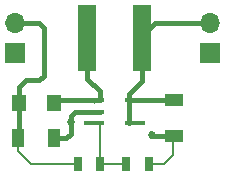
<source format=gtl>
G04 #@! TF.FileFunction,Copper,L1,Top,Signal*
%FSLAX46Y46*%
G04 Gerber Fmt 4.6, Leading zero omitted, Abs format (unit mm)*
G04 Created by KiCad (PCBNEW 4.0.7) date 10/12/17 03:24:30*
%MOMM*%
%LPD*%
G01*
G04 APERTURE LIST*
%ADD10C,0.100000*%
%ADD11R,1.700000X1.700000*%
%ADD12O,1.700000X1.700000*%
%ADD13R,1.600000X5.700000*%
%ADD14R,1.700000X0.450000*%
%ADD15R,0.700000X1.300000*%
%ADD16R,1.000000X1.600000*%
%ADD17R,1.600000X1.000000*%
%ADD18R,1.300480X1.399540*%
%ADD19C,0.685800*%
%ADD20C,0.457200*%
%ADD21C,0.152400*%
%ADD22C,0.250000*%
G04 APERTURE END LIST*
D10*
D11*
X127000000Y-66040000D03*
D12*
X127000000Y-63500000D03*
D11*
X110490000Y-66040000D03*
D12*
X110490000Y-63500000D03*
D13*
X121222000Y-64770000D03*
X116522000Y-64770000D03*
D14*
X117172000Y-70043000D03*
X120572000Y-70043000D03*
X117172000Y-70993000D03*
X117172000Y-71943000D03*
X120572000Y-71943000D03*
D15*
X115763000Y-75438000D03*
X117663000Y-75438000D03*
X119877800Y-75438000D03*
X121777800Y-75438000D03*
D16*
X110742600Y-73253600D03*
X113742600Y-73253600D03*
D17*
X123875800Y-70026400D03*
X123875800Y-73026400D03*
D18*
X113718340Y-70231000D03*
X110817660Y-70231000D03*
D19*
X122072400Y-72999600D03*
X115189000Y-71882000D03*
D20*
X120072000Y-70043000D02*
X120072000Y-71943000D01*
X120072000Y-70043000D02*
X123859200Y-70043000D01*
X123859200Y-70043000D02*
X123875800Y-70026400D01*
X121222000Y-64770000D02*
X121222000Y-68390000D01*
X121222000Y-68390000D02*
X120072000Y-69540000D01*
X120072000Y-69540000D02*
X120072000Y-70043000D01*
X127000000Y-63500000D02*
X122682000Y-63500000D01*
X122682000Y-63500000D02*
X122301000Y-63500000D01*
X122301000Y-63500000D02*
X121222000Y-64579000D01*
X121222000Y-64579000D02*
X121222000Y-64770000D01*
X121730000Y-64770000D02*
X121222000Y-64770000D01*
X123875800Y-73026400D02*
X122099200Y-73026400D01*
X122099200Y-73026400D02*
X122072400Y-72999600D01*
D21*
X121777800Y-75438000D02*
X123063000Y-75438000D01*
X123063000Y-75438000D02*
X123825000Y-74676000D01*
X123825000Y-74676000D02*
X123825000Y-73077200D01*
X123825000Y-73077200D02*
X123875800Y-73026400D01*
D20*
X117672000Y-70993000D02*
X115570000Y-70993000D01*
X115570000Y-70993000D02*
X115189000Y-71374000D01*
X115189000Y-71374000D02*
X115189000Y-71882000D01*
X113742600Y-73253600D02*
X114808000Y-73253600D01*
X114808000Y-73253600D02*
X115189000Y-72872600D01*
X115189000Y-72872600D02*
X115189000Y-71882000D01*
D21*
X110742600Y-73253600D02*
X110742600Y-74344400D01*
X110742600Y-74344400D02*
X111836200Y-75438000D01*
X111836200Y-75438000D02*
X115763000Y-75438000D01*
D20*
X110817660Y-70231000D02*
X110817660Y-73178540D01*
X110817660Y-73178540D02*
X110742600Y-73253600D01*
X110817660Y-70231000D02*
X110817660Y-68887340D01*
X110817660Y-68887340D02*
X111379000Y-68326000D01*
X111379000Y-68326000D02*
X112522000Y-68326000D01*
X112522000Y-68326000D02*
X112903000Y-67945000D01*
X112903000Y-67945000D02*
X112903000Y-63881000D01*
X112903000Y-63881000D02*
X112522000Y-63500000D01*
X112522000Y-63500000D02*
X110490000Y-63500000D01*
D22*
X117160000Y-70170000D02*
X117030000Y-70040000D01*
D20*
X116586000Y-68199000D02*
X116586000Y-64834000D01*
X116586000Y-64834000D02*
X116522000Y-64770000D01*
X117672000Y-70043000D02*
X117672000Y-69285000D01*
X117672000Y-69285000D02*
X116586000Y-68199000D01*
X117672000Y-70043000D02*
X113906340Y-70043000D01*
X113906340Y-70043000D02*
X113718340Y-70231000D01*
X113779340Y-70170000D02*
X113718340Y-70231000D01*
D22*
X117030000Y-64770000D02*
X117030000Y-64770000D01*
D21*
X117672000Y-71943000D02*
X117672000Y-75429000D01*
X117672000Y-75429000D02*
X117663000Y-75438000D01*
X117663000Y-75438000D02*
X119877800Y-75438000D01*
M02*

</source>
